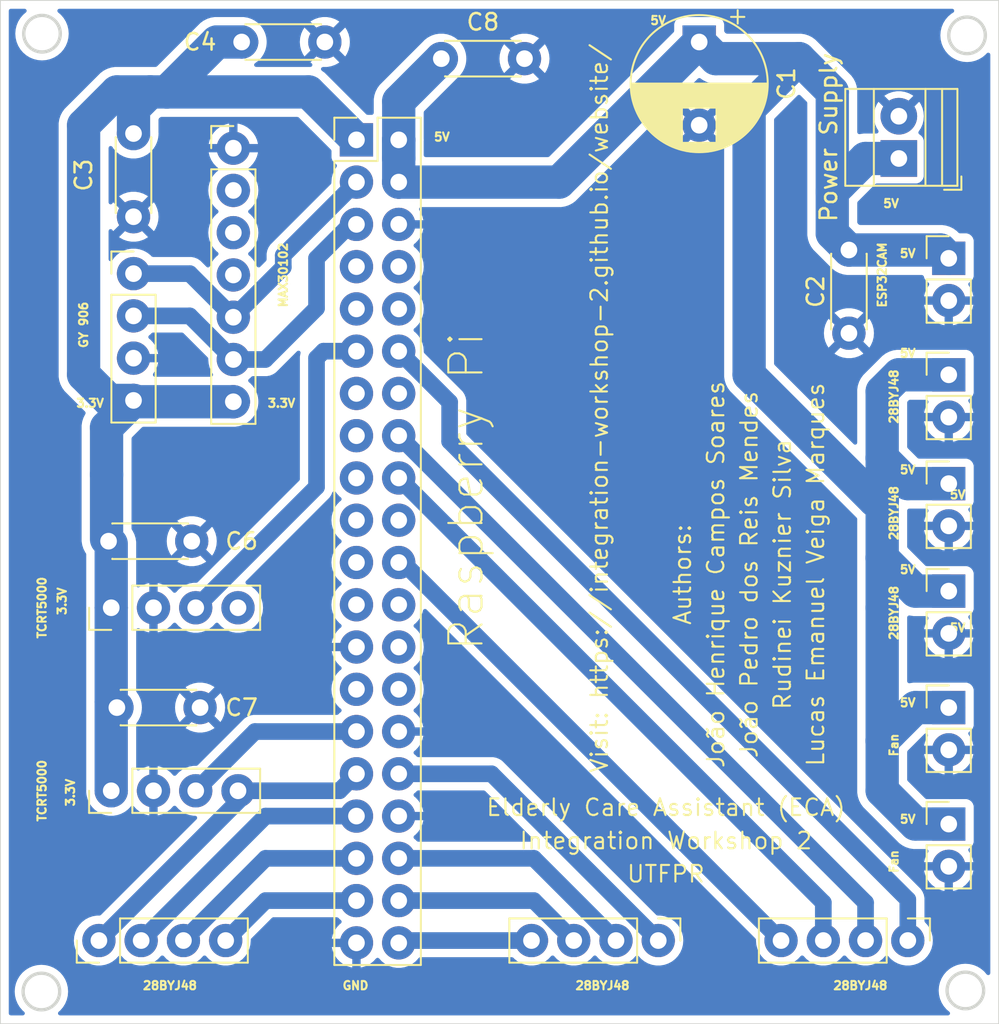
<source format=kicad_pcb>
(kicad_pcb (version 20240108) (generator "pcbnew") (generator_version "8.0")
  (layers (0 "F.Cu" signal) (31 "B.Cu" signal) (34 "B.Paste" user) (35 "F.Paste" user) (36 "B.SilkS" user "B.Silkscreen") (37 "F.SilkS" user "F.Silkscreen") (38 "B.Mask" user) (39 "F.Mask" user) (44 "Edge.Cuts" user))
  (net 0 "")
  (net 1 "GPIO5")
  (net 2 "GPIO3")
  (net 3 "GPIO21")
  (net 4 "ID_SC")
  (net 5 "GND")
  (net 6 "3.3V")
  (net 7 "GPIO25")
  (net 8 "GPIO2")
  (net 9 "5V")
  (net 10 "GPIO13")
  (net 11 "GPIO8")
  (net 12 "GPIO11")
  (net 13 "GPIO6")
  (net 14 "GPIO12")
  (net 15 "GPIO20")
  (net 16 "GPIO19")
  (net 17 "GPIO10")
  (net 18 "GPIO7")
  (net 19 "GPIO4")
  (net 20 "GPIO15")
  (net 21 "ID_SD")
  (net 22 "GPIO23")
  (net 23 "GPIO9")
  (net 24 "GPIO18")
  (net 25 "GPIO24")
  (net 26 "GPIO14")
  (net 27 "GPIO27")
  (net 28 "GPIO22")
  (net 29 "GPIO26")
  (net 30 "GPIO17")
  (net 31 "GPIO16")
  (footprint "Connector_PinHeader_2.54mm:PinHeader_1x04_P2.54mm_Vertical" (layer "F.Cu") (at 106.66 119 90)
    (property "Reference" "J4" (hide yes))
    (property "Value" "TCRT5000 1 Bus" (hide yes))
    (pad "1" thru_hole oval (at 0 0 90) (size 2 2) (drill 1) (layers "*.Cu" "*.Mask") (net 6 "3.3V"))
    (pad "2" thru_hole oval (at 0 2.54 90) (size 2 2) (drill 1) (layers "*.Cu" "*.Mask") (net 5 "GND"))
    (pad "3" thru_hole oval (at 0 5.08 90) (size 2 2) (drill 1) (layers "*.Cu" "*.Mask") (net 1 "GPIO5"))
    (pad "4" thru_hole oval (at 0 7.62 90) (size 2 2) (drill 1) (layers "*.Cu" "*.Mask"))
  )
  (footprint "Capacitor_THT:C_Disc_D4.3mm_W1.9mm_P5.00mm" (layer "F.Cu") (at 126.5 75)
    (property "Reference" "C8" (at 2.5 -2.2 0) (layer "F.SilkS"))
    (property "Value" "100nF" (hide yes))
    (pad "1" thru_hole circle (at 0 0) (size 2 2) (drill 1) (layers "*.Cu" "*.Mask") (net 9 "5V"))
    (pad "2" thru_hole circle (at 5 0) (size 2 2) (drill 1) (layers "*.Cu" "*.Mask") (net 5 "GND"))
  )
  (footprint "Connector_PinHeader_2.54mm:PinHeader_2x20_P2.54mm_Vertical" (layer "F.Cu") (at 121.4 79.88)
    (property "Reference" "J1" (hide yes))
    (property "Value" "RPI Bus" (hide yes))
    (pad "1" thru_hole rect (at 0 0) (size 2 2) (drill 1) (layers "*.Cu" "*.Mask") (net 6 "3.3V"))
    (pad "2" thru_hole oval (at 2.54 0) (size 2 2) (drill 1) (layers "*.Cu" "*.Mask") (net 9 "5V"))
    (pad "3" thru_hole oval (at 0 2.54) (size 2 2) (drill 1) (layers "*.Cu" "*.Mask") (net 8 "GPIO2"))
    (pad "4" thru_hole oval (at 2.54 2.54) (size 2 2) (drill 1) (layers "*.Cu" "*.Mask") (net 9 "5V"))
    (pad "5" thru_hole oval (at 0 5.08) (size 2 2) (drill 1) (layers "*.Cu" "*.Mask") (net 2 "GPIO3"))
    (pad "6" thru_hole oval (at 2.54 5.08) (size 2 2) (drill 1) (layers "*.Cu" "*.Mask") (net 5 "GND"))
    (pad "7" thru_hole oval (at 0 7.62) (size 2 2) (drill 1) (layers "*.Cu" "*.Mask") (net 19 "GPIO4"))
    (pad "8" thru_hole oval (at 2.54 7.62) (size 2 2) (drill 1) (layers "*.Cu" "*.Mask") (net 26 "GPIO14"))
    (pad "9" thru_hole oval (at 0 10.16) (size 2 2) (drill 1) (layers "*.Cu" "*.Mask") (net 5 "GND"))
    (pad "10" thru_hole oval (at 2.54 10.16) (size 2 2) (drill 1) (layers "*.Cu" "*.Mask") (net 20 "GPIO15"))
    (pad "11" thru_hole oval (at 0 12.7) (size 2 2) (drill 1) (layers "*.Cu" "*.Mask") (net 30 "GPIO17"))
    (pad "12" thru_hole oval (at 2.54 12.7) (size 2 2) (drill 1) (layers "*.Cu" "*.Mask") (net 24 "GPIO18"))
    (pad "13" thru_hole oval (at 0 15.24) (size 2 2) (drill 1) (layers "*.Cu" "*.Mask") (net 27 "GPIO27"))
    (pad "14" thru_hole oval (at 2.54 15.24) (size 2 2) (drill 1) (layers "*.Cu" "*.Mask") (net 5 "GND"))
    (pad "15" thru_hole oval (at 0 17.78) (size 2 2) (drill 1) (layers "*.Cu" "*.Mask") (net 28 "GPIO22"))
    (pad "16" thru_hole oval (at 2.54 17.78) (size 2 2) (drill 1) (layers "*.Cu" "*.Mask") (net 22 "GPIO23"))
    (pad "17" thru_hole oval (at 0 20.32) (size 2 2) (drill 1) (layers "*.Cu" "*.Mask") (net 6 "3.3V"))
    (pad "18" thru_hole oval (at 2.54 20.32) (size 2 2) (drill 1) (layers "*.Cu" "*.Mask") (net 25 "GPIO24"))
    (pad "19" thru_hole oval (at 0 22.86) (size 2 2) (drill 1) (layers "*.Cu" "*.Mask") (net 17 "GPIO10"))
    (pad "20" thru_hole oval (at 2.54 22.86) (size 2 2) (drill 1) (layers "*.Cu" "*.Mask") (net 5 "GND"))
    (pad "21" thru_hole oval (at 0 25.4) (size 2 2) (drill 1) (layers "*.Cu" "*.Mask") (net 23 "GPIO9"))
    (pad "22" thru_hole oval (at 2.54 25.4) (size 2 2) (drill 1) (layers "*.Cu" "*.Mask") (net 7 "GPIO25"))
    (pad "23" thru_hole oval (at 0 27.94) (size 2 2) (drill 1) (layers "*.Cu" "*.Mask") (net 12 "GPIO11"))
    (pad "24" thru_hole oval (at 2.54 27.94) (size 2 2) (drill 1) (layers "*.Cu" "*.Mask") (net 11 "GPIO8"))
    (pad "25" thru_hole oval (at 0 30.48) (size 2 2) (drill 1) (layers "*.Cu" "*.Mask") (net 5 "GND"))
    (pad "26" thru_hole oval (at 2.54 30.48) (size 2 2) (drill 1) (layers "*.Cu" "*.Mask") (net 18 "GPIO7"))
    (pad "27" thru_hole oval (at 0 33.02) (size 2 2) (drill 1) (layers "*.Cu" "*.Mask") (net 21 "ID_SD"))
    (pad "28" thru_hole oval (at 2.54 33.02) (size 2 2) (drill 1) (layers "*.Cu" "*.Mask") (net 4 "ID_SC"))
    (pad "29" thru_hole oval (at 0 35.56) (size 2 2) (drill 1) (layers "*.Cu" "*.Mask") (net 1 "GPIO5"))
    (pad "30" thru_hole oval (at 2.54 35.56) (size 2 2) (drill 1) (layers "*.Cu" "*.Mask") (net 5 "GND"))
    (pad "31" thru_hole oval (at 0 38.1) (size 2 2) (drill 1) (layers "*.Cu" "*.Mask") (net 13 "GPIO6"))
    (pad "32" thru_hole oval (at 2.54 38.1) (size 2 2) (drill 1) (layers "*.Cu" "*.Mask") (net 14 "GPIO12"))
    (pad "33" thru_hole oval (at 0 40.64) (size 2 2) (drill 1) (layers "*.Cu" "*.Mask") (net 10 "GPIO13"))
    (pad "34" thru_hole oval (at 2.54 40.64) (size 2 2) (drill 1) (layers "*.Cu" "*.Mask") (net 5 "GND"))
    (pad "35" thru_hole oval (at 0 43.18) (size 2 2) (drill 1) (layers "*.Cu" "*.Mask") (net 16 "GPIO19"))
    (pad "36" thru_hole oval (at 2.54 43.18) (size 2 2) (drill 1) (layers "*.Cu" "*.Mask") (net 31 "GPIO16"))
    (pad "37" thru_hole oval (at 0 45.72) (size 2 2) (drill 1) (layers "*.Cu" "*.Mask") (net 29 "GPIO26"))
    (pad "38" thru_hole oval (at 2.54 45.72) (size 2 2) (drill 1) (layers "*.Cu" "*.Mask") (net 15 "GPIO20"))
    (pad "39" thru_hole oval (at 0 48.26) (size 2 2) (drill 1) (layers "*.Cu" "*.Mask") (net 5 "GND"))
    (pad "40" thru_hole oval (at 2.54 48.26) (size 2 2) (drill 1) (layers "*.Cu" "*.Mask") (net 3 "GPIO21"))
  )
  (footprint "Capacitor_THT:C_Disc_D4.3mm_W1.9mm_P5.00mm" (layer "F.Cu") (at 107 114)
    (property "Reference" "C7" (at 7.5 0 0) (layer "F.SilkS"))
    (property "Value" "100nF" (hide yes))
    (pad "1" thru_hole circle (at 0 0) (size 2 2) (drill 1) (layers "*.Cu" "*.Mask") (net 6 "3.3V"))
    (pad "2" thru_hole circle (at 5 0) (size 2 2) (drill 1) (layers "*.Cu" "*.Mask") (net 5 "GND"))
  )
  (footprint "Connector_PinHeader_2.54mm:PinHeader_1x02_P2.54mm_Vertical" (layer "F.Cu") (at 157 121)
    (property "Reference" "J15" (hide yes))
    (property "Value" "Fan 1 Power Supply Bus" (hide yes))
    (pad "1" thru_hole rect (at 0 0) (size 2 2) (drill 1) (layers "*.Cu" "*.Mask") (net 9 "5V"))
    (pad "2" thru_hole oval (at 0 2.54) (size 2 2) (drill 1) (layers "*.Cu" "*.Mask") (net 5 "GND"))
  )
  (footprint "Connector_PinHeader_2.54mm:PinHeader_1x04_P2.54mm_Vertical" (layer "F.Cu") (at 108 87.92)
    (property "Reference" "J2" (hide yes))
    (property "Value" "GY 906 Bus" (hide yes))
    (pad "1" thru_hole oval (at 0 0) (size 2 2) (drill 1) (layers "*.Cu" "*.Mask") (net 8 "GPIO2"))
    (pad "2" thru_hole oval (at 0 2.54) (size 2 2) (drill 1) (layers "*.Cu" "*.Mask") (net 2 "GPIO3"))
    (pad "3" thru_hole oval (at 0 5.08) (size 2 2) (drill 1) (layers "*.Cu" "*.Mask") (net 5 "GND"))
    (pad "4" thru_hole oval (at 0 7.62) (size 2 2) (drill 1) (layers "*.Cu" "*.Mask") (net 6 "3.3V"))
  )
  (footprint "Connector_PinHeader_2.54mm:PinHeader_1x04_P2.54mm_Vertical" (layer "F.Cu") (at 139.54 128 -90)
    (property "Reference" "J9" (hide yes))
    (property "Value" "28BYJ48 3 Control Bus" (hide yes))
    (pad "1" thru_hole oval (at 0 0 270) (size 2 2) (drill 1) (layers "*.Cu" "*.Mask") (net 14 "GPIO12"))
    (pad "2" thru_hole oval (at 0 2.54 270) (size 2 2) (drill 1) (layers "*.Cu" "*.Mask") (net 31 "GPIO16"))
    (pad "3" thru_hole oval (at 0 5.08 270) (size 2 2) (drill 1) (layers "*.Cu" "*.Mask") (net 15 "GPIO20"))
    (pad "4" thru_hole oval (at 0 7.62 270) (size 2 2) (drill 1) (layers "*.Cu" "*.Mask") (net 3 "GPIO21"))
  )
  (footprint "TerminalBlock:TerminalBlock_Xinya_XY308-2.54-2P_1x02_P2.54mm_Horizontal" (layer "F.Cu") (at 154 81 90)
    (property "Reference" "Power Supply" (at 1.27 -4.22 90) (layer "F.SilkS"))
    (property "Value" "Power Supply Input" (hide yes))
    (pad "1" thru_hole rect (at 0 0 90) (size 2.2 2.2) (drill 1) (layers "*.Cu" "*.Mask") (net 9 "5V"))
    (pad "2" thru_hole circle (at 2.54 0 90) (size 2.2 2.2) (drill 1) (layers "*.Cu" "*.Mask") (net 5 "GND"))
  )
  (footprint "Connector_PinHeader_2.54mm:PinHeader_1x02_P2.54mm_Vertical" (layer "F.Cu") (at 157 87)
    (property "Reference" "J10" (hide yes))
    (property "Value" "ESP32CAM Power Supply Bus" (hide yes))
    (pad "1" thru_hole rect (at 0 0) (size 2 2) (drill 1) (layers "*.Cu" "*.Mask") (net 9 "5V"))
    (pad "2" thru_hole oval (at 0 2.54) (size 2 2) (drill 1) (layers "*.Cu" "*.Mask") (net 5 "GND"))
  )
  (footprint "Connector_PinHeader_2.54mm:PinHeader_1x04_P2.54mm_Vertical" (layer "F.Cu") (at 154.54 128 -90)
    (property "Reference" "J8" (hide yes))
    (property "Value" "28BYJ48 2 Control Bus" (hide yes))
    (pad "1" thru_hole oval (at 0 0 270) (size 2 2) (drill 1) (layers "*.Cu" "*.Mask") (net 24 "GPIO18"))
    (pad "2" thru_hole oval (at 0 2.54 270) (size 2 2) (drill 1) (layers "*.Cu" "*.Mask") (net 22 "GPIO23"))
    (pad "3" thru_hole oval (at 0 5.08 270) (size 2 2) (drill 1) (layers "*.Cu" "*.Mask") (net 25 "GPIO24"))
    (pad "4" thru_hole oval (at 0 7.62 270) (size 2 2) (drill 1) (layers "*.Cu" "*.Mask") (net 7 "GPIO25"))
  )
  (footprint "Capacitor_THT:C_Disc_D4.3mm_W1.9mm_P5.00mm" (layer "F.Cu") (at 106.5 104)
    (property "Reference" "C6" (at 8 0 0) (layer "F.SilkS"))
    (property "Value" "100nF" (hide yes))
    (pad "1" thru_hole circle (at 0 0) (size 2 2) (drill 1) (layers "*.Cu" "*.Mask") (net 6 "3.3V"))
    (pad "2" thru_hole circle (at 5 0) (size 2 2) (drill 1) (layers "*.Cu" "*.Mask") (net 5 "GND"))
  )
  (footprint "Connector_PinHeader_2.54mm:PinHeader_1x02_P2.54mm_Vertical" (layer "F.Cu") (at 157 100.54)
    (property "Reference" "J12" (hide yes))
    (property "Value" "28BYJ48 2 Power Supply Bus" (hide yes))
    (pad "1" thru_hole rect (at 0 0) (size 2 2) (drill 1) (layers "*.Cu" "*.Mask") (net 9 "5V"))
    (pad "2" thru_hole oval (at 0 2.54) (size 2 2) (drill 1) (layers "*.Cu" "*.Mask") (net 5 "GND"))
  )
  (footprint "Connector_PinHeader_2.54mm:PinHeader_1x04_P2.54mm_Vertical" (layer "F.Cu") (at 105.92 128 90)
    (property "Reference" "J7" (hide yes))
    (property "Value" "28BYJ48 1 Control Bus" (hide yes))
    (pad "1" thru_hole oval (at 0 0 90) (size 2 2) (drill 1) (layers "*.Cu" "*.Mask") (net 13 "GPIO6"))
    (pad "2" thru_hole oval (at 0 2.54 90) (size 2 2) (drill 1) (layers "*.Cu" "*.Mask") (net 10 "GPIO13"))
    (pad "3" thru_hole oval (at 0 5.08 90) (size 2 2) (drill 1) (layers "*.Cu" "*.Mask") (net 16 "GPIO19"))
    (pad "4" thru_hole oval (at 0 7.62 90) (size 2 2) (drill 1) (layers "*.Cu" "*.Mask") (net 29 "GPIO26"))
  )
  (footprint "Capacitor_THT:C_Disc_D4.3mm_W1.9mm_P5.00mm" (layer "F.Cu") (at 119.5 74 180)
    (property "Reference" "C4" (at 7.5 0 0) (layer "F.SilkS"))
    (property "Value" "100nF" (hide yes))
    (pad "1" thru_hole circle (at 0 0 180) (size 2 2) (drill 1) (layers "*.Cu" "*.Mask") (net 5 "GND"))
    (pad "2" thru_hole circle (at 5 0 180) (size 2 2) (drill 1) (layers "*.Cu" "*.Mask") (net 6 "3.3V"))
  )
  (footprint "Capacitor_THT:C_Disc_D4.3mm_W1.9mm_P5.00mm" (layer "F.Cu") (at 151 86.5 -90)
    (property "Reference" "C2" (at 2.5 2 90) (layer "F.SilkS"))
    (property "Value" "100nF" (hide yes))
    (pad "1" thru_hole circle (at 0 0 270) (size 2 2) (drill 1) (layers "*.Cu" "*.Mask") (net 9 "5V"))
    (pad "2" thru_hole circle (at 5 0 270) (size 2 2) (drill 1) (layers "*.Cu" "*.Mask") (net 5 "GND"))
  )
  (footprint "Capacitor_THT:C_Disc_D4.3mm_W1.9mm_P5.00mm" (layer "F.Cu") (at 108 84.5 90)
    (property "Reference" "C3" (at 2.5 -3 90) (layer "F.SilkS"))
    (property "Value" "100nF" (hide yes))
    (pad "1" thru_hole circle (at 0 0 90) (size 2 2) (drill 1) (layers "*.Cu" "*.Mask") (net 5 "GND"))
    (pad "2" thru_hole circle (at 5 0 90) (size 2 2) (drill 1) (layers "*.Cu" "*.Mask") (net 6 "3.3V"))
  )
  (footprint "Connector_PinHeader_2.54mm:PinHeader_1x02_P2.54mm_Vertical" (layer "F.Cu") (at 157 107)
    (property "Reference" "J11" (hide yes))
    (property "Value" "28BYJ48 1 Power Supply Bus" (hide yes))
    (pad "1" thru_hole rect (at 0 0) (size 2 2) (drill 1) (layers "*.Cu" "*.Mask") (net 9 "5V"))
    (pad "2" thru_hole oval (at 0 2.54) (size 2 2) (drill 1) (layers "*.Cu" "*.Mask") (net 5 "GND"))
  )
  (footprint "Connector_PinHeader_2.54mm:PinHeader_1x02_P2.54mm_Vertical" (layer "F.Cu") (at 157 94)
    (property "Reference" "J13" (hide yes))
    (property "Value" "28BYJ48 3 Power Supply Bus" (hide yes))
    (pad "1" thru_hole rect (at 0 0) (size 2 2) (drill 1) (layers "*.Cu" "*.Mask") (net 9 "5V"))
    (pad "2" thru_hole oval (at 0 2.54) (size 2 2) (drill 1) (layers "*.Cu" "*.Mask") (net 5 "GND"))
  )
  (footprint "Capacitor_THT:CP_Radial_D8.0mm_P5.00mm" (layer "F.Cu") (at 142 74 -90)
    (property "Reference" "C1" (at 2.5 -5.25 -90) (layer "F.SilkS"))
    (property "Value" "100uF" (hide yes))
    (pad "1" thru_hole rect (at 0 0 270) (size 2 2) (drill 1) (layers "*.Cu" "*.Mask") (net 9 "5V"))
    (pad "2" thru_hole circle (at 5 0 270) (size 2 2) (drill 1) (layers "*.Cu" "*.Mask") (net 5 "GND"))
  )
  (footprint "Connector_PinHeader_2.54mm:PinHeader_1x02_P2.54mm_Vertical" (layer "F.Cu") (at 157 114)
    (property "Reference" "J16" (hide yes))
    (property "Value" "Fan Power Supply Bus" (hide yes))
    (pad "1" thru_hole rect (at 0 0) (size 2 2) (drill 1) (layers "*.Cu" "*.Mask") (net 9 "5V"))
    (pad "2" thru_hole oval (at 0 2.54) (size 2 2) (drill 1) (layers "*.Cu" "*.Mask") (net 5 "GND"))
  )
  (footprint "Connector_PinHeader_2.54mm:PinHeader_1x04_P2.54mm_Vertical" (layer "F.Cu") (at 106.66 108 90)
    (property "Reference" "J5" (hide yes))
    (property "Value" "TCRT5000 2 Bus" (hide yes))
    (pad "1" thru_hole oval (at 0 0 90) (size 2 2) (drill 1) (layers "*.Cu" "*.Mask") (net 6 "3.3V"))
    (pad "2" thru_hole oval (at 0 2.54 90) (size 2 2) (drill 1) (layers "*.Cu" "*.Mask") (net 5 "GND"))
    (pad "3" thru_hole oval (at 0 5.08 90) (size 2 2) (drill 1) (layers "*.Cu" "*.Mask") (net 30 "GPIO17"))
    (pad "4" thru_hole oval (at 0 7.62 90) (size 2 2) (drill 1) (layers "*.Cu" "*.Mask"))
  )
  (footprint "Connector_PinHeader_2.54mm:PinHeader_1x07_P2.54mm_Vertical" (layer "F.Cu") (at 114 80.38)
    (property "Reference" "J3" (hide yes))
    (property "Value" "MAX30102 Bus" (hide yes))
    (pad "1" thru_hole oval (at 0 0) (size 2 2) (drill 1) (layers "*.Cu" "*.Mask") (net 5 "GND"))
    (pad "2" thru_hole oval (at 0 2.54) (size 2 2) (drill 1) (layers "*.Cu" "*.Mask"))
    (pad "3" thru_hole oval (at 0 5.08) (size 2 2) (drill 1) (layers "*.Cu" "*.Mask"))
    (pad "4" thru_hole oval (at 0 7.62) (size 2 2) (drill 1) (layers "*.Cu" "*.Mask"))
    (pad "5" thru_hole oval (at 0 10.16) (size 2 2) (drill 1) (layers "*.Cu" "*.Mask") (net 8 "GPIO2"))
    (pad "6" thru_hole oval (at 0 12.7) (size 2 2) (drill 1) (layers "*.Cu" "*.Mask") (net 2 "GPIO3"))
    (pad "7" thru_hole oval (at 0 15.24) (size 2 2) (drill 1) (layers "*.Cu" "*.Mask") (net 6 "3.3V"))
  )
  (gr_circle (center 102.5 73.5) (end 103.6 73.5) (stroke (width 0.2)) (fill none) (layer "Edge.Cuts"))
  (gr_rect (start 100 71.5) (end 160 133) (stroke (width 0.05)) (fill none) (layer "Edge.Cuts"))
  (gr_circle (center 158.1 73.6) (end 159.2 73.6) (stroke (width 0.2)) (fill none) (layer "Edge.Cuts"))
  (gr_circle (center 158 131) (end 159.1 131) (stroke (width 0.2)) (fill none) (layer "Edge.Cuts"))
  (gr_circle (center 102.463794 131.063794) (end 103.563794 131.063794) (stroke (width 0.2)) (fill none) (layer "Edge.Cuts"))
  (gr_text "5V" (at 154 114 0) (layer "F.SilkS") (effects (font (size 0.5 0.5) (thickness 0.125) (bold yes)) (justify left bottom)))
  (gr_text "3.3V" (at 104.5 120 90) (layer "F.SilkS") (effects (font (size 0.5 0.5) (thickness 0.125) (bold yes)) (justify left bottom)))
  (gr_text "TCRT5000" (at 102.5 108 90) (layer "F.SilkS") (effects (font (size 0.5 0.5) (thickness 0.125))))
  (gr_text "Fan" (at 154 117 90) (layer "F.SilkS") (effects (font (size 0.5 0.5) (thickness 0.125) (bold yes)) (justify left bottom)))
  (gr_text "GY 906" (at 105 91 90) (layer "F.SilkS") (effects (font (size 0.5 0.5) (thickness 0.125))))
  (gr_text "Elderly Care Assistant (ECA)" (at 140 120 0) (layer "F.SilkS") (effects (font (size 1 1) (thickness 0.125))))
  (gr_text "3.3V" (at 104 108.5 90) (layer "F.SilkS") (effects (font (size 0.5 0.5) (thickness 0.125) (bold yes)) (justify left bottom)))
  (gr_text "28BYJ48" (at 154 97 90) (layer "F.SilkS") (effects (font (size 0.5 0.5) (thickness 0.125) (bold yes)) (justify left bottom)))
  (gr_text "28BYJ48" (at 154 104 90) (layer "F.SilkS") (effects (font (size 0.5 0.5) (thickness 0.125) (bold yes)) (justify left bottom)))
  (gr_text "João Henrique Campos Soares\n" (at 143 106 90) (layer "F.SilkS") (effects (font (size 1 1) (thickness 0.125))))
  (gr_text "5V" (at 139 73 0) (layer "F.SilkS") (effects (font (size 0.5 0.5) (thickness 0.125) (bold yes)) (justify left bottom)))
  (gr_text "Fan" (at 154 124 90) (layer "F.SilkS") (effects (font (size 0.5 0.5) (thickness 0.125) (bold yes)) (justify left bottom)))
  (gr_text "Lucas Emanuel Veiga Marques" (at 149 106 90) (layer "F.SilkS") (effects (font (size 1 1) (thickness 0.125))))
  (gr_text "Raspberry Pi" (at 128 101 90) (layer "F.SilkS") (effects (font (size 2 2) (thickness 0.125))))
  (gr_text "3.3V" (at 116 96 0) (layer "F.SilkS") (effects (font (size 0.5 0.5) (thickness 0.125) (bold yes)) (justify left bottom)))
  (gr_text "28BYJ48" (at 150 131 0) (layer "F.SilkS") (effects (font (size 0.5 0.5) (thickness 0.125) (bold yes)) (justify left bottom)))
  (gr_text "Authors:" (at 141 106 90) (layer "F.SilkS") (effects (font (size 1 1) (thickness 0.125))))
  (gr_text "5V" (at 154 121 0) (layer "F.SilkS") (effects (font (size 0.5 0.5) (thickness 0.125) (bold yes)) (justify left bottom)))
  (gr_text "3.3V" (at 104.5 96 0) (layer "F.SilkS") (effects (font (size 0.5 0.5) (thickness 0.125) (bold yes)) (justify left bottom)))
  (gr_text "Rudinei Kuznier Silva" (at 147 106 90) (layer "F.SilkS") (effects (font (size 1 1) (thickness 0.125))))
  (gr_text "GND" (at 120.5 131 0) (layer "F.SilkS") (effects (font (size 0.5 0.5) (thickness 0.125) (bold yes)) (justify left bottom)))
  (gr_text "5V" (at 154 106 0) (layer "F.SilkS") (effects (font (size 0.5 0.5) (thickness 0.125) (bold yes)) (justify left bottom)))
  (gr_text "João Pedro dos Reis Mendes" (at 145 106 90) (layer "F.SilkS") (effects (font (size 1 1) (thickness 0.125))))
  (gr_text "5V" (at 126 80 0) (layer "F.SilkS") (effects (font (size 0.5 0.5) (thickness 0.125) (bold yes)) (justify left bottom)))
  (gr_text "MAX30102" (at 117 88 90) (layer "F.SilkS") (effects (font (size 0.5 0.5) (thickness 0.125))))
  (gr_text "5V" (at 157 101.5 0) (layer "F.SilkS") (effects (font (size 0.5 0.5) (thickness 0.125) (bold yes)) (justify left bottom)))
  (gr_text "5V" (at 154 93 0) (layer "F.SilkS") (effects (font (size 0.5 0.5) (thickness 0.125) (bold yes)) (justify left bottom)))
  (gr_text "28BYJ48" (at 108.5 131 0) (layer "F.SilkS") (effects (font (size 0.5 0.5) (thickness 0.125) (bold yes)) (justify left bottom)))
  (gr_text "ESP32CAM" (at 153 88 90) (layer "F.SilkS") (effects (font (size 0.5 0.5) (thickness 0.125))))
  (gr_text "28BYJ48" (at 134.5 131 0) (layer "F.SilkS") (effects (font (size 0.5 0.5) (thickness 0.125) (bold yes)) (justify left bottom)))
  (gr_text "UTFPR" (at 140 124 0) (layer "F.SilkS") (effects (font (size 1 1) (thickness 0.125))))
  (gr_text "5V" (at 154 100 0) (layer "F.SilkS") (effects (font (size 0.5 0.5) (thickness 0.125) (bold yes)) (justify left bottom)))
  (gr_text "28BYJ48" (at 154 110 90) (layer "F.SilkS") (effects (font (size 0.5 0.5) (thickness 0.125) (bold yes)) (justify left bottom)))
  (gr_text "Integration Workshop 2\n" (at 140 122 0) (layer "F.SilkS") (effects (font (size 1 1) (thickness 0.125))))
  (gr_text "TCRT5000" (at 102.5 119 90) (layer "F.SilkS") (effects (font (size 0.5 0.5) (thickness 0.125))))
  (gr_text "5V" (at 157 109.5 0) (layer "F.SilkS") (effects (font (size 0.5 0.5) (thickness 0.125) (bold yes)) (justify left bottom)))
  (gr_text "Visit: https://integration-workshop-2.github.io/website/" (at 136 96 90) (layer "F.SilkS") (effects (font (size 1 1) (thickness 0.125))))
  (gr_text "5V" (at 154 87 0) (layer "F.SilkS") (effects (font (size 0.5 0.5) (thickness 0.125) (bold yes)) (justify left bottom)))
  (gr_text "5V" (at 153 84 0) (layer "F.SilkS") (effects (font (size 0.5 0.5) (thickness 0.125) (bold yes)) (justify left bottom)))
  (segment (start 121.4 115.44) (end 121.4 115.6) (width 0.2) (layer "B.Cu") (net 1))
  (segment (start 121.4 115.44) (end 115.3 115.44) (width 1) (layer "B.Cu") (net 1))
  (segment (start 115.3 115.44) (end 111.74 119) (width 1) (layer "B.Cu") (net 1))
  (segment (start 115.92 93.08) (end 114 93.08) (width 1) (layer "B.Cu") (net 2))
  (segment (start 121.04 84.96) (end 121.4 84.96) (width 0.2) (layer "B.Cu") (net 2))
  (segment (start 111.38 90.46) (end 114 93.08) (width 1) (layer "B.Cu") (net 2))
  (segment (start 108 90.46) (end 111.38 90.46) (width 1) (layer "B.Cu") (net 2))
  (segment (start 119 90) (end 115.92 93.08) (width 1) (layer "B.Cu") (net 2))
  (segment (start 119 87) (end 119 90) (width 1) (layer "B.Cu") (net 2))
  (segment (start 121.04 84.96) (end 119 87) (width 1) (layer "B.Cu") (net 2))
  (segment (start 131.92 128) (end 124.08 128) (width 1) (layer "B.Cu") (net 3))
  (segment (start 124.08 128) (end 123.94 128.14) (width 0.2) (layer "B.Cu") (net 3))
  (segment (start 106.66 113.66) (end 107 114) (width 2) (layer "B.Cu") (net 6))
  (segment (start 106.66 113.66) (end 106.66 119) (width 2) (layer "B.Cu") (net 6))
  (segment (start 105 94) (end 105 79) (width 2) (layer "B.Cu") (net 6))
  (segment (start 110 77) (end 118.52 77) (width 2) (layer "B.Cu") (net 6))
  (segment (start 108 95.54) (end 106.54 95.54) (width 2) (layer "B.Cu") (net 6))
  (segment (start 106.54 95.54) (end 105 94) (width 2) (layer "B.Cu") (net 6))
  (segment (start 108.08 95.62) (end 108 95.54) (width 0.2) (layer "B.Cu") (net 6))
  (segment (start 106.66 108) (end 106.66 104.16) (width 2) (layer "B.Cu") (net 6))
  (segment (start 106.66 104.16) (end 106.5 104) (width 1) (layer "B.Cu") (net 6))
  (segment (start 106.38 97.16) (end 108 95.54) (width 2) (layer "B.Cu") (net 6))
  (segment (start 121.36 79.92) (end 121.4 79.88) (width 0.2) (layer "B.Cu") (net 6))
  (segment (start 118.52 77) (end 121.4 79.88) (width 2) (layer "B.Cu") (net 6))
  (segment (start 105 79) (end 107 77) (width 2) (layer "B.Cu") (net 6))
  (segment (start 106.38 100) (end 106.38 97.16) (width 2) (layer "B.Cu") (net 6))
  (segment (start 109 77) (end 110 77) (width 2) (layer "B.Cu") (net 6))
  (segment (start 108 79.5) (end 108 78) (width 2) (layer "B.Cu") (net 6))
  (segment (start 114.5 74) (end 113 74) (width 2) (layer "B.Cu") (net 6))
  (segment (start 106.66 108) (end 106.66 113.66) (width 2) (layer "B.Cu") (net 6))
  (segment (start 106.38 100) (end 106.38 103.88) (width 2) (layer "B.Cu") (net 6))
  (segment (start 108 78) (end 109 77) (width 2) (layer "B.Cu") (net 6))
  (segment (start 107 77) (end 109 77) (width 2) (layer "B.Cu") (net 6))
  (segment (start 106.38 103.88) (end 106.5 104) (width 0.2) (layer "B.Cu") (net 6))
  (segment (start 106.66 114.34) (end 107 114) (width 0.2) (layer "B.Cu") (net 6))
  (segment (start 113 74) (end 110 77) (width 2) (layer "B.Cu") (net 6))
  (segment (start 114 95.62) (end 108.08 95.62) (width 2) (layer "B.Cu") (net 6))
  (segment (start 146.92 128) (end 124.2 105.28) (width 1) (layer "B.Cu") (net 7))
  (segment (start 124.2 105.28) (end 123.94 105.28) (width 0.2) (layer "B.Cu") (net 7))
  (segment (start 117 87.54) (end 117 86.82) (width 1) (layer "B.Cu") (net 8))
  (segment (start 117 86.82) (end 121.4 82.42) (width 1) (layer "B.Cu") (net 8))
  (segment (start 111.38 87.92) (end 114 90.54) (width 1) (layer "B.Cu") (net 8))
  (segment (start 114 90.54) (end 117 87.54) (width 1) (layer "B.Cu") (net 8))
  (segment (start 108 87.92) (end 111.38 87.92) (width 1) (layer "B.Cu") (net 8))
  (segment (start 156.5 86.5) (end 157 87) (width 2) (layer "B.Cu") (net 9))
  (segment (start 145 78) (end 148 75) (width 2) (layer "B.Cu") (net 9))
  (segment (start 151 86.5) (end 156.5 86.5) (width 2) (layer "B.Cu") (net 9))
  (segment (start 153 99) (end 153 95) (width 2) (layer "B.Cu") (net 9))
  (segment (start 152.54 101.54) (end 145 94) (width 2) (layer "B.Cu") (net 9))
  (segment (start 153 108) (end 153 105) (width 2) (layer "B.Cu") (net 9))
  (segment (start 155 121) (end 153 119) (width 2) (layer "B.Cu") (net 9))
  (segment (start 123.94 81) (end 123.94 77.56) (width 2) (layer "B.Cu") (net 9))
  (segment (start 153 101.54) (end 152.54 101.54) (width 2) (layer "B.Cu") (net 9))
  (segment (start 153 105) (end 153 101.54) (width 2) (layer "B.Cu") (net 9))
  (segment (start 153 101.54) (end 153 99) (width 2) (layer "B.Cu") (net 9))
  (segment (start 155 114) (end 157 114) (width 2) (layer "B.Cu") (net 9))
  (segment (start 143 75) (end 142 74) (width 2) (layer "B.Cu") (net 9))
  (segment (start 150 85.5) (end 150 83) (width 2) (layer "B.Cu") (net 9))
  (segment (start 150 77) (end 148 75) (width 2) (layer "B.Cu") (net 9))
  (segment (start 157 100.54) (end 154.54 100.54) (width 2) (layer "B.Cu") (net 9))
  (segment (start 157 107) (end 155 107) (width 2) (layer "B.Cu") (net 9))
  (segment (start 123.94 77.56) (end 126.5 75) (width 2) (layer "B.Cu") (net 9))
  (segment (start 123.94 81) (end 123.94 79.88) (width 2) (layer "B.Cu") (net 9))
  (segment (start 150 85.5) (end 151 86.5) (width 2) (layer "B.Cu") (net 9))
  (segment (start 153 116) (end 153 108) (width 2) (layer "B.Cu") (net 9))
  (segment (start 123.94 82.42) (end 123.94 81) (width 2) (layer "B.Cu") (net 9))
  (segment (start 142 74) (end 133.58 82.42) (width 2) (layer "B.Cu") (net 9))
  (segment (start 153 116) (end 153.5 115.5) (width 2) (layer "B.Cu") (net 9))
  (segment (start 124.06 80) (end 123.94 79.88) (width 0.2) (layer "B.Cu") (net 9))
  (segment (start 133.58 82.42) (end 123.94 82.42) (width 2) (layer "B.Cu") (net 9))
  (segment (start 154 94) (end 157 94) (width 2) (layer "B.Cu") (net 9))
  (segment (start 153 95) (end 154 94) (width 2) (layer "B.Cu") (net 9))
  (segment (start 155 107) (end 153 105) (width 2) (layer "B.Cu") (net 9))
  (segment (start 153.5 115.5) (end 155 114) (width 2) (layer "B.Cu") (net 9))
  (segment (start 152 81) (end 154 81) (width 2) (layer "B.Cu") (net 9))
  (segment (start 148 75) (end 143 75) (width 2) (layer "B.Cu") (net 9))
  (segment (start 150 77) (end 150 83) (width 2) (layer "B.Cu") (net 9))
  (segment (start 145 94) (end 145 78) (width 2) (layer "B.Cu") (net 9))
  (segment (start 157 121) (end 155 121) (width 2) (layer "B.Cu") (net 9))
  (segment (start 156.46 100) (end 157 100.54) (width 0.2) (layer "B.Cu") (net 9))
  (segment (start 154.54 100.54) (end 153 99) (width 2) (layer "B.Cu") (net 9))
  (segment (start 153 119) (end 153 116) (width 2) (layer "B.Cu") (net 9))
  (segment (start 150 83) (end 150.5 82.5) (width 2) (layer "B.Cu") (net 9))
  (segment (start 150.5 82.5) (end 152 81) (width 2) (layer "B.Cu") (net 9))
  (segment (start 115.94 120.52) (end 121.4 120.52) (width 1) (layer "B.Cu") (net 10))
  (segment (start 108.46 128) (end 115.94 120.52) (width 1) (layer "B.Cu") (net 10))
  (segment (start 114.92 119) (end 120.38 119) (width 1) (layer "B.Cu") (net 13))
  (segment (start 120.38 119) (end 121.4 117.98) (width 1) (layer "B.Cu") (net 13))
  (segment (start 105.92 128) (end 114.92 119) (width 1) (layer "B.Cu") (net 13))
  (segment (start 123.94 117.98) (end 129.52 117.98) (width 1) (layer "B.Cu") (net 14))
  (segment (start 129.52 117.98) (end 139.54 128) (width 1) (layer "B.Cu") (net 14))
  (segment (start 123.94 125.6) (end 132.06 125.6) (width 1) (layer "B.Cu") (net 15))
  (segment (start 132.06 125.6) (end 134.46 128) (width 1) (layer "B.Cu") (net 15))
  (segment (start 115.94 123.06) (end 121.4 123.06) (width 1) (layer "B.Cu") (net 16))
  (segment (start 111 128) (end 115.94 123.06) (width 1) (layer "B.Cu") (net 16))
  (segment (start 121.1 112.9) (end 121 113) (width 0.2) (layer "B.Cu") (net 21))
  (segment (start 121.4 112.9) (end 121.1 112.9) (width 0.2) (layer "B.Cu") (net 21))
  (segment (start 152 128) (end 152 125.72) (width 1) (layer "B.Cu") (net 22))
  (segment (start 152 125.72) (end 123.94 97.66) (width 1) (layer "B.Cu") (net 22))
  (segment (start 123.94 92.58) (end 127 95.64) (width 1) (layer "B.Cu") (net 24))
  (segment (start 127 95.64) (end 127 98) (width 1) (layer "B.Cu") (net 24))
  (segment (start 154.54 125.54) (end 154.54 128) (width 1) (layer "B.Cu") (net 24))
  (segment (start 127 98) (end 154.54 125.54) (width 1) (layer "B.Cu") (net 24))
  (segment (start 149.46 125.72) (end 123.94 100.2) (width 1) (layer "B.Cu") (net 25))
  (segment (start 149.46 128) (end 149.46 125.72) (width 1) (layer "B.Cu") (net 25))
  (segment (start 113.54 128) (end 115.94 125.6) (width 1) (layer "B.Cu") (net 29))
  (segment (start 115.94 125.6) (end 121.4 125.6) (width 1) (layer "B.Cu") (net 29))
  (segment (start 119 93) (end 119 100.74) (width 1) (layer "B.Cu") (net 30))
  (segment (start 119.42 92.58) (end 119 93) (width 1) (layer "B.Cu") (net 30))
  (segment (start 121.4 92.58) (end 119.42 92.58) (width 1) (layer "B.Cu") (net 30))
  (segment (start 119 100.74) (end 111.74 108) (width 1) (layer "B.Cu") (net 30))
  (segment (start 132.06 123.06) (end 137 128) (width 1) (layer "B.Cu") (net 31))
  (segment (start 123.94 123.06) (end 132.06 123.06) (width 1) (layer "B.Cu") (net 31))
  (zone (net 5) (net_name "GND") (layer "B.Cu") (connect_pads (clearance 0.5)) (min_thickness 0.25) (fill yes (thermal_gap 0.5) (thermal_bridge_width 0.5))
    (polygon (pts (xy 100 71.5) (xy 160 71.5) (xy 160 133) (xy 100 133)))
  )
)
</source>
